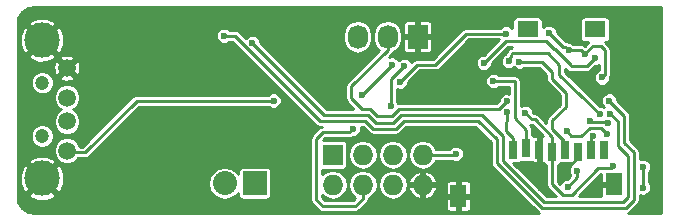
<source format=gbl>
G04 #@! TF.FileFunction,Copper,L2,Bot,Signal*
%FSLAX46Y46*%
G04 Gerber Fmt 4.6, Leading zero omitted, Abs format (unit mm)*
G04 Created by KiCad (PCBNEW (2015-11-24 BZR 6329)-product) date Fri 06 May 2016 02:41:50 AM EDT*
%MOMM*%
G01*
G04 APERTURE LIST*
%ADD10C,0.100000*%
%ADD11C,1.501140*%
%ADD12C,2.999740*%
%ADD13C,1.200000*%
%ADD14R,2.032000X2.032000*%
%ADD15O,2.032000X2.032000*%
%ADD16R,0.800000X1.500000*%
%ADD17R,1.400000X1.900000*%
%ADD18R,1.800000X1.400000*%
%ADD19R,1.727200X1.727200*%
%ADD20O,1.727200X1.727200*%
%ADD21R,1.727200X2.032000*%
%ADD22O,1.727200X2.032000*%
%ADD23C,0.600000*%
%ADD24C,0.250000*%
%ADD25C,0.254000*%
G04 APERTURE END LIST*
D10*
D11*
X126700000Y-102450000D03*
X126700000Y-104950000D03*
X126700000Y-106960000D03*
X126700000Y-109450000D03*
D12*
X124600000Y-100100000D03*
X124600000Y-111800000D03*
D13*
X124600000Y-103700000D03*
X124600000Y-108200000D03*
D14*
X142600000Y-112200000D03*
D15*
X140060000Y-112200000D03*
D16*
X165600000Y-109250000D03*
D17*
X159850000Y-113300000D03*
X173000000Y-112300000D03*
D18*
X165700000Y-99150000D03*
X171400000Y-99150000D03*
D16*
X164500000Y-109350000D03*
X166700000Y-109350000D03*
X167800000Y-109550000D03*
X168900000Y-109350000D03*
X170000000Y-109550000D03*
X171100000Y-109350000D03*
X172200000Y-109350000D03*
D19*
X149200000Y-109800000D03*
D20*
X149200000Y-112340000D03*
X151740000Y-109800000D03*
X151740000Y-112340000D03*
X154280000Y-109800000D03*
X154280000Y-112340000D03*
X156820000Y-109800000D03*
X156820000Y-112340000D03*
D21*
X156400000Y-99800000D03*
D22*
X153860000Y-99800000D03*
X151320000Y-99800000D03*
D23*
X144200000Y-105200000D03*
X176600000Y-108400000D03*
X175650000Y-102325000D03*
X167737500Y-104662500D03*
X160325000Y-104375000D03*
X158050000Y-104250000D03*
X169462500Y-102937500D03*
X168450000Y-111775000D03*
X173000000Y-112300000D03*
X163575000Y-111975000D03*
X166875000Y-112575000D03*
X174025000Y-98325000D03*
X169525000Y-98000000D03*
X174600000Y-107575000D03*
X175900000Y-109625000D03*
X161200000Y-112800000D03*
X159625000Y-109700000D03*
X172000000Y-103250000D03*
X170600000Y-101300000D03*
X167500000Y-99450000D03*
X169200000Y-100950000D03*
X172950000Y-110750000D03*
X165500000Y-106250000D03*
X172650000Y-106300000D03*
X142400000Y-100300000D03*
X172600000Y-105200000D03*
X140000000Y-99700000D03*
X162800000Y-103550000D03*
X163925000Y-106200000D03*
X165000000Y-101900000D03*
X164100000Y-101875000D03*
X171800000Y-106350000D03*
X171200000Y-108200000D03*
X172525000Y-107100000D03*
X175450000Y-112575000D03*
X175450000Y-110800000D03*
X170950000Y-106900000D03*
X163875000Y-99525000D03*
X154900000Y-103600000D03*
X150900000Y-107600000D03*
X151650000Y-104725000D03*
X154200000Y-102150000D03*
X155250000Y-102250000D03*
X154100000Y-105700000D03*
X163925000Y-105275000D03*
X169100000Y-112525000D03*
X169850000Y-111150000D03*
X169000000Y-107800000D03*
X172400000Y-108000000D03*
X162000000Y-102000000D03*
X171400000Y-101600000D03*
D24*
X126850000Y-109600000D02*
X128200000Y-109600000D01*
X144200000Y-105200000D02*
X132600000Y-105200000D01*
X132600000Y-105200000D02*
X128200000Y-109600000D01*
X126850000Y-109600000D02*
X126700000Y-109450000D01*
X167737500Y-104662500D02*
X167462500Y-104662500D01*
X167750000Y-104675000D02*
X167737500Y-104662500D01*
X161425000Y-103275000D02*
X160325000Y-104375000D01*
X161900000Y-103275000D02*
X161425000Y-103275000D01*
X162500000Y-102675000D02*
X161900000Y-103275000D01*
X163225000Y-102675000D02*
X162500000Y-102675000D01*
X163325000Y-102775000D02*
X163225000Y-102675000D01*
X165575000Y-102775000D02*
X163325000Y-102775000D01*
X167462500Y-104662500D02*
X165575000Y-102775000D01*
X160325000Y-104375000D02*
X160200000Y-104250000D01*
X160200000Y-104250000D02*
X158050000Y-104250000D01*
X169462500Y-102937500D02*
X169475000Y-102950000D01*
X168450000Y-111525000D02*
X168450000Y-111775000D01*
X168450000Y-110875000D02*
X168450000Y-111775000D01*
X168825000Y-110525000D02*
X168450000Y-110875000D01*
X169500000Y-110525000D02*
X168825000Y-110525000D01*
X170000000Y-110075000D02*
X169500000Y-110525000D01*
X170000000Y-109550000D02*
X170000000Y-110075000D01*
X170000000Y-109550000D02*
X170000000Y-110050000D01*
X166875000Y-112575000D02*
X166875000Y-109525000D01*
X166875000Y-109525000D02*
X166700000Y-109350000D01*
X169525000Y-98000000D02*
X169850000Y-97675000D01*
X173375000Y-97675000D02*
X174025000Y-98325000D01*
X173300000Y-97675000D02*
X173375000Y-97675000D01*
X169850000Y-97675000D02*
X173300000Y-97675000D01*
X169525000Y-98000000D02*
X169500000Y-98000000D01*
X174600000Y-107575000D02*
X174600000Y-108325000D01*
X174600000Y-108325000D02*
X175900000Y-109625000D01*
X159850000Y-113300000D02*
X160700000Y-113300000D01*
X160700000Y-113300000D02*
X161200000Y-112800000D01*
X156820000Y-109800000D02*
X159525000Y-109800000D01*
X159525000Y-109800000D02*
X159625000Y-109700000D01*
X170600000Y-101300000D02*
X170600000Y-101200000D01*
X172250000Y-103000000D02*
X172000000Y-103250000D01*
X172250000Y-100950000D02*
X172250000Y-103000000D01*
X171900000Y-100600000D02*
X172250000Y-100950000D01*
X171200000Y-100600000D02*
X171900000Y-100600000D01*
X170600000Y-101200000D02*
X171200000Y-100600000D01*
X170250000Y-100950000D02*
X169200000Y-100950000D01*
X170600000Y-101300000D02*
X170250000Y-100950000D01*
X168700000Y-100650000D02*
X167500000Y-99450000D01*
X168900000Y-100650000D02*
X168700000Y-100650000D01*
X169200000Y-100950000D02*
X168900000Y-100650000D01*
X167800000Y-112300000D02*
X167800000Y-109550000D01*
X168700000Y-113200000D02*
X167800000Y-112300000D01*
X169450000Y-113200000D02*
X168700000Y-113200000D01*
X171700000Y-110950000D02*
X169450000Y-113200000D01*
X172750000Y-110950000D02*
X171700000Y-110950000D01*
X172950000Y-110750000D02*
X172750000Y-110950000D01*
X167800000Y-109550000D02*
X167800000Y-108300000D01*
X166050000Y-106800000D02*
X165500000Y-106250000D01*
X166300000Y-106800000D02*
X166050000Y-106800000D01*
X167800000Y-108300000D02*
X166300000Y-106800000D01*
X152100000Y-106400000D02*
X152175000Y-106400000D01*
X172650000Y-106300000D02*
X173350000Y-106975000D01*
X174200000Y-109900000D02*
X174200000Y-113400000D01*
X173350000Y-109050000D02*
X174200000Y-109900000D01*
X173350000Y-106975000D02*
X173350000Y-109050000D01*
X142400000Y-100300000D02*
X148500000Y-106400000D01*
X155225000Y-106400000D02*
X161800000Y-106400000D01*
X148500000Y-106400000D02*
X152100000Y-106400000D01*
X161800000Y-106400000D02*
X163600000Y-108200000D01*
X163600000Y-108200000D02*
X163600000Y-110300000D01*
X163600000Y-110300000D02*
X167100000Y-113800000D01*
X167100000Y-113800000D02*
X173800000Y-113800000D01*
X173800000Y-113800000D02*
X174200000Y-113400000D01*
X155000000Y-106400000D02*
X155225000Y-106400000D01*
X154325000Y-107075000D02*
X155000000Y-106400000D01*
X152850000Y-107075000D02*
X154325000Y-107075000D01*
X152175000Y-106400000D02*
X152850000Y-107075000D01*
X155200000Y-106900000D02*
X154525000Y-107575000D01*
X161500000Y-106900000D02*
X155200000Y-106900000D01*
X163081801Y-108481801D02*
X161500000Y-106900000D01*
X163081801Y-110481801D02*
X163081801Y-108481801D01*
X166900000Y-114300000D02*
X163081801Y-110481801D01*
X174000000Y-114300000D02*
X166900000Y-114300000D01*
X174700000Y-113600000D02*
X174000000Y-114300000D01*
X173900000Y-106525000D02*
X173900000Y-108775000D01*
X173900000Y-108775000D02*
X174700000Y-109575000D01*
X174700000Y-109575000D02*
X174700000Y-113600000D01*
X172600000Y-105200000D02*
X173900000Y-106525000D01*
X152650000Y-107575000D02*
X151975000Y-106900000D01*
X154525000Y-107575000D02*
X152650000Y-107575000D01*
X152025000Y-106900000D02*
X151975000Y-106900000D01*
X151975000Y-106900000D02*
X148100000Y-106900000D01*
X148100000Y-106900000D02*
X140900000Y-99700000D01*
X140900000Y-99700000D02*
X140000000Y-99700000D01*
X164600000Y-106700000D02*
X164600000Y-103550000D01*
X165600000Y-107700000D02*
X164600000Y-106700000D01*
X165600000Y-107850000D02*
X165600000Y-107700000D01*
X164600000Y-103550000D02*
X162800000Y-103550000D01*
X162800000Y-103600000D02*
X162800000Y-103550000D01*
X165600000Y-107800000D02*
X165600000Y-107850000D01*
X165600000Y-107850000D02*
X165600000Y-109250000D01*
X163925000Y-106200000D02*
X163900000Y-107800000D01*
X164500000Y-108400000D02*
X164500000Y-109350000D01*
X163900000Y-107800000D02*
X164500000Y-108400000D01*
X163925000Y-106200000D02*
X163925000Y-106200000D01*
X167800000Y-107600000D02*
X167800000Y-106875000D01*
X167800000Y-102800000D02*
X166900000Y-101900000D01*
X166900000Y-101900000D02*
X165000000Y-101900000D01*
X167800000Y-107600000D02*
X168800000Y-108600000D01*
X167800000Y-103400000D02*
X167800000Y-102800000D01*
X168925000Y-104525000D02*
X167800000Y-103400000D01*
X168925000Y-105750000D02*
X168925000Y-104525000D01*
X167800000Y-106875000D02*
X168925000Y-105750000D01*
X168900000Y-109350000D02*
X168800000Y-109250000D01*
X168800000Y-109250000D02*
X168800000Y-108800000D01*
X168800000Y-108800000D02*
X168800000Y-108600000D01*
X171100000Y-109350000D02*
X171100000Y-108300000D01*
X164400000Y-101200000D02*
X164100000Y-101875000D01*
X167400000Y-101200000D02*
X164400000Y-101200000D01*
X168400000Y-102200000D02*
X167400000Y-101200000D01*
X168400000Y-103000000D02*
X168400000Y-102200000D01*
X171800000Y-106350000D02*
X168400000Y-103000000D01*
X171100000Y-108300000D02*
X171200000Y-108200000D01*
X175450000Y-112450000D02*
X175450000Y-112575000D01*
X175450000Y-110800000D02*
X175450000Y-112450000D01*
X170950000Y-106900000D02*
X171100000Y-107050000D01*
X171100000Y-107050000D02*
X172500000Y-107050000D01*
X160525000Y-99525000D02*
X163875000Y-99525000D01*
X157900000Y-102150000D02*
X160525000Y-99525000D01*
X156350000Y-102150000D02*
X157900000Y-102150000D01*
X154900000Y-103600000D02*
X156350000Y-102150000D01*
X151740000Y-113510000D02*
X151740000Y-112340000D01*
X151100000Y-114150000D02*
X151740000Y-113510000D01*
X148350000Y-114150000D02*
X151100000Y-114150000D01*
X147800000Y-113600000D02*
X148350000Y-114150000D01*
X147800000Y-108450000D02*
X147800000Y-113600000D01*
X148350000Y-107900000D02*
X147800000Y-108450000D01*
X150600000Y-107900000D02*
X148350000Y-107900000D01*
X150900000Y-107600000D02*
X150600000Y-107900000D01*
X151650000Y-104700000D02*
X151650000Y-104725000D01*
X154200000Y-102150000D02*
X151650000Y-104700000D01*
X155250000Y-102250000D02*
X154100000Y-103400000D01*
X154100000Y-103400000D02*
X154100000Y-105700000D01*
X153860000Y-99800000D02*
X153860000Y-100915000D01*
X163275000Y-105925000D02*
X163925000Y-105275000D01*
X154775000Y-105925000D02*
X163275000Y-105925000D01*
X154200000Y-106500000D02*
X154775000Y-105925000D01*
X152975000Y-106500000D02*
X154200000Y-106500000D01*
X152375000Y-105900000D02*
X152975000Y-106500000D01*
X151675000Y-105900000D02*
X152375000Y-105900000D01*
X150775000Y-105000000D02*
X151675000Y-105900000D01*
X150775000Y-104000000D02*
X150775000Y-105000000D01*
X153860000Y-100915000D02*
X150775000Y-104000000D01*
X169875000Y-111700000D02*
X169100000Y-112525000D01*
X169875000Y-111175000D02*
X169875000Y-111700000D01*
X169850000Y-111150000D02*
X169875000Y-111175000D01*
X169400000Y-108200000D02*
X170250000Y-108200000D01*
X170250000Y-108200000D02*
X170950000Y-107550000D01*
X170950000Y-107550000D02*
X171900000Y-107550000D01*
X171900000Y-107550000D02*
X172400000Y-108000000D01*
X169000000Y-107800000D02*
X169400000Y-108200000D01*
X171400000Y-101600000D02*
X170725000Y-102275000D01*
X163850000Y-100200000D02*
X162000000Y-102000000D01*
X167250000Y-100200000D02*
X163850000Y-100200000D01*
X167700000Y-100600000D02*
X167250000Y-100200000D01*
X167975000Y-100875000D02*
X167700000Y-100600000D01*
X168000000Y-100875000D02*
X167975000Y-100875000D01*
X169350000Y-102225000D02*
X168000000Y-100875000D01*
X169350000Y-102275000D02*
X169350000Y-102225000D01*
X170725000Y-102275000D02*
X169350000Y-102275000D01*
X171400000Y-101550000D02*
X171400000Y-101600000D01*
X171400000Y-101600000D02*
X171400000Y-101400000D01*
D25*
G36*
X176973000Y-114744000D02*
X174228783Y-114744000D01*
X174357796Y-114657796D01*
X175057796Y-113957796D01*
X175167483Y-113793638D01*
X175206000Y-113600000D01*
X175206000Y-113211059D01*
X175313946Y-113255882D01*
X175584865Y-113256118D01*
X175835252Y-113152661D01*
X176026987Y-112961259D01*
X176130882Y-112711054D01*
X176131118Y-112440135D01*
X176027661Y-112189748D01*
X175956000Y-112117962D01*
X175956000Y-111257123D01*
X176026987Y-111186259D01*
X176130882Y-110936054D01*
X176131118Y-110665135D01*
X176027661Y-110414748D01*
X175836259Y-110223013D01*
X175586054Y-110119118D01*
X175315135Y-110118882D01*
X175206000Y-110163975D01*
X175206000Y-109575000D01*
X175167483Y-109381362D01*
X175057796Y-109217204D01*
X174406000Y-108565408D01*
X174406000Y-106525000D01*
X174387204Y-106430508D01*
X174369306Y-106335823D01*
X174367962Y-106333769D01*
X174367483Y-106331362D01*
X174313957Y-106251255D01*
X174261187Y-106170627D01*
X173281025Y-105171617D01*
X173281118Y-105065135D01*
X173177661Y-104814748D01*
X172986259Y-104623013D01*
X172736054Y-104519118D01*
X172465135Y-104518882D01*
X172214748Y-104622339D01*
X172023013Y-104813741D01*
X171919118Y-105063946D01*
X171918882Y-105334865D01*
X172022339Y-105585252D01*
X172211876Y-105775119D01*
X172200098Y-105786876D01*
X172186259Y-105773013D01*
X171936054Y-105669118D01*
X171829813Y-105669025D01*
X168906000Y-102788209D01*
X168906000Y-102503783D01*
X168992204Y-102632796D01*
X169156362Y-102742483D01*
X169350000Y-102781000D01*
X170725000Y-102781000D01*
X170918638Y-102742483D01*
X171082796Y-102632796D01*
X171434561Y-102281031D01*
X171534865Y-102281118D01*
X171744000Y-102194706D01*
X171744000Y-102618934D01*
X171614748Y-102672339D01*
X171423013Y-102863741D01*
X171319118Y-103113946D01*
X171318882Y-103384865D01*
X171422339Y-103635252D01*
X171613741Y-103826987D01*
X171863946Y-103930882D01*
X172134865Y-103931118D01*
X172385252Y-103827661D01*
X172576987Y-103636259D01*
X172680882Y-103386054D01*
X172681002Y-103248236D01*
X172717483Y-103193638D01*
X172756000Y-103000000D01*
X172756000Y-100950000D01*
X172717483Y-100756362D01*
X172607796Y-100592204D01*
X172257796Y-100242204D01*
X172252199Y-100238464D01*
X172300000Y-100238464D01*
X172441190Y-100211897D01*
X172570865Y-100128454D01*
X172657859Y-100001134D01*
X172688464Y-99850000D01*
X172688464Y-98450000D01*
X172661897Y-98308810D01*
X172578454Y-98179135D01*
X172451134Y-98092141D01*
X172300000Y-98061536D01*
X170500000Y-98061536D01*
X170358810Y-98088103D01*
X170229135Y-98171546D01*
X170142141Y-98298866D01*
X170111536Y-98450000D01*
X170111536Y-99850000D01*
X170138103Y-99991190D01*
X170221546Y-100120865D01*
X170348866Y-100207859D01*
X170500000Y-100238464D01*
X170847801Y-100238464D01*
X170842204Y-100242204D01*
X170538504Y-100545904D01*
X170443638Y-100482517D01*
X170250000Y-100444000D01*
X169657123Y-100444000D01*
X169586259Y-100373013D01*
X169336054Y-100269118D01*
X169223098Y-100269020D01*
X169093638Y-100182517D01*
X168911974Y-100146382D01*
X168181031Y-99415439D01*
X168181118Y-99315135D01*
X168077661Y-99064748D01*
X167886259Y-98873013D01*
X167636054Y-98769118D01*
X167365135Y-98768882D01*
X167114748Y-98872339D01*
X166988464Y-98998404D01*
X166988464Y-98450000D01*
X166961897Y-98308810D01*
X166878454Y-98179135D01*
X166751134Y-98092141D01*
X166600000Y-98061536D01*
X164800000Y-98061536D01*
X164658810Y-98088103D01*
X164529135Y-98171546D01*
X164442141Y-98298866D01*
X164411536Y-98450000D01*
X164411536Y-99098551D01*
X164261259Y-98948013D01*
X164011054Y-98844118D01*
X163740135Y-98843882D01*
X163489748Y-98947339D01*
X163417962Y-99019000D01*
X160525000Y-99019000D01*
X160331362Y-99057517D01*
X160209802Y-99138741D01*
X160167204Y-99167204D01*
X157690408Y-101644000D01*
X156350000Y-101644000D01*
X156156362Y-101682517D01*
X156044117Y-101757517D01*
X155992204Y-101792204D01*
X155854560Y-101929848D01*
X155827661Y-101864748D01*
X155636259Y-101673013D01*
X155386054Y-101569118D01*
X155115135Y-101568882D01*
X154864748Y-101672339D01*
X154774924Y-101762007D01*
X154586259Y-101573013D01*
X154336054Y-101469118D01*
X154065135Y-101468882D01*
X153991133Y-101499459D01*
X154217796Y-101272796D01*
X154309958Y-101134866D01*
X154336288Y-101129629D01*
X154740065Y-100859834D01*
X155009860Y-100456057D01*
X155096149Y-100022250D01*
X155155400Y-100022250D01*
X155155400Y-100891785D01*
X155213404Y-101031819D01*
X155320580Y-101138996D01*
X155460614Y-101197000D01*
X156177750Y-101197000D01*
X156273000Y-101101750D01*
X156273000Y-99927000D01*
X156527000Y-99927000D01*
X156527000Y-101101750D01*
X156622250Y-101197000D01*
X157339386Y-101197000D01*
X157479420Y-101138996D01*
X157586596Y-101031819D01*
X157644600Y-100891785D01*
X157644600Y-100022250D01*
X157549350Y-99927000D01*
X156527000Y-99927000D01*
X156273000Y-99927000D01*
X155250650Y-99927000D01*
X155155400Y-100022250D01*
X155096149Y-100022250D01*
X155104600Y-99979769D01*
X155104600Y-99620231D01*
X155009860Y-99143943D01*
X154740065Y-98740166D01*
X154692247Y-98708215D01*
X155155400Y-98708215D01*
X155155400Y-99577750D01*
X155250650Y-99673000D01*
X156273000Y-99673000D01*
X156273000Y-98498250D01*
X156527000Y-98498250D01*
X156527000Y-99673000D01*
X157549350Y-99673000D01*
X157644600Y-99577750D01*
X157644600Y-98708215D01*
X157586596Y-98568181D01*
X157479420Y-98461004D01*
X157339386Y-98403000D01*
X156622250Y-98403000D01*
X156527000Y-98498250D01*
X156273000Y-98498250D01*
X156177750Y-98403000D01*
X155460614Y-98403000D01*
X155320580Y-98461004D01*
X155213404Y-98568181D01*
X155155400Y-98708215D01*
X154692247Y-98708215D01*
X154336288Y-98470371D01*
X153860000Y-98375631D01*
X153383712Y-98470371D01*
X152979935Y-98740166D01*
X152710140Y-99143943D01*
X152615400Y-99620231D01*
X152615400Y-99979769D01*
X152710140Y-100456057D01*
X152979935Y-100859834D01*
X153111599Y-100947809D01*
X150417204Y-103642204D01*
X150307517Y-103806362D01*
X150269000Y-104000000D01*
X150269000Y-105000000D01*
X150307517Y-105193638D01*
X150417204Y-105357796D01*
X150953408Y-105894000D01*
X148709592Y-105894000D01*
X143081031Y-100265439D01*
X143081118Y-100165135D01*
X142977661Y-99914748D01*
X142786259Y-99723013D01*
X142538735Y-99620231D01*
X150075400Y-99620231D01*
X150075400Y-99979769D01*
X150170140Y-100456057D01*
X150439935Y-100859834D01*
X150843712Y-101129629D01*
X151320000Y-101224369D01*
X151796288Y-101129629D01*
X152200065Y-100859834D01*
X152469860Y-100456057D01*
X152564600Y-99979769D01*
X152564600Y-99620231D01*
X152469860Y-99143943D01*
X152200065Y-98740166D01*
X151796288Y-98470371D01*
X151320000Y-98375631D01*
X150843712Y-98470371D01*
X150439935Y-98740166D01*
X150170140Y-99143943D01*
X150075400Y-99620231D01*
X142538735Y-99620231D01*
X142536054Y-99619118D01*
X142265135Y-99618882D01*
X142014748Y-99722339D01*
X141826176Y-99910584D01*
X141257796Y-99342204D01*
X141093638Y-99232517D01*
X140900000Y-99194000D01*
X140457123Y-99194000D01*
X140386259Y-99123013D01*
X140136054Y-99019118D01*
X139865135Y-99018882D01*
X139614748Y-99122339D01*
X139423013Y-99313741D01*
X139319118Y-99563946D01*
X139318882Y-99834865D01*
X139422339Y-100085252D01*
X139613741Y-100276987D01*
X139863946Y-100380882D01*
X140134865Y-100381118D01*
X140385252Y-100277661D01*
X140457038Y-100206000D01*
X140690408Y-100206000D01*
X147742204Y-107257796D01*
X147906362Y-107367483D01*
X148100000Y-107406000D01*
X148289672Y-107406000D01*
X148156362Y-107432517D01*
X147992204Y-107542204D01*
X147442204Y-108092204D01*
X147332517Y-108256362D01*
X147294000Y-108450000D01*
X147294000Y-113600000D01*
X147332517Y-113793638D01*
X147442204Y-113957796D01*
X147992204Y-114507796D01*
X148156362Y-114617483D01*
X148350000Y-114656000D01*
X151100000Y-114656000D01*
X151293638Y-114617483D01*
X151457796Y-114507796D01*
X152097796Y-113867796D01*
X152148305Y-113792204D01*
X152207483Y-113703638D01*
X152246000Y-113510000D01*
X152246000Y-113486299D01*
X152644448Y-113220065D01*
X152914243Y-112816288D01*
X153008983Y-112340000D01*
X153011017Y-112340000D01*
X153105757Y-112816288D01*
X153375552Y-113220065D01*
X153779329Y-113489860D01*
X154255617Y-113584600D01*
X154304383Y-113584600D01*
X154780671Y-113489860D01*
X155184448Y-113220065D01*
X155454243Y-112816288D01*
X155485506Y-112659118D01*
X155617007Y-112659118D01*
X155743695Y-112965001D01*
X156064801Y-113329310D01*
X156500880Y-113543005D01*
X156693000Y-113482865D01*
X156693000Y-112467000D01*
X156947000Y-112467000D01*
X156947000Y-113482865D01*
X157139120Y-113543005D01*
X157181473Y-113522250D01*
X158769000Y-113522250D01*
X158769000Y-114325785D01*
X158827004Y-114465819D01*
X158934180Y-114572996D01*
X159074214Y-114631000D01*
X159627750Y-114631000D01*
X159723000Y-114535750D01*
X159723000Y-113427000D01*
X159977000Y-113427000D01*
X159977000Y-114535750D01*
X160072250Y-114631000D01*
X160625786Y-114631000D01*
X160765820Y-114572996D01*
X160872996Y-114465819D01*
X160931000Y-114325785D01*
X160931000Y-113522250D01*
X160835750Y-113427000D01*
X159977000Y-113427000D01*
X159723000Y-113427000D01*
X158864250Y-113427000D01*
X158769000Y-113522250D01*
X157181473Y-113522250D01*
X157575199Y-113329310D01*
X157896305Y-112965001D01*
X158022993Y-112659118D01*
X157962312Y-112467000D01*
X156947000Y-112467000D01*
X156693000Y-112467000D01*
X155677688Y-112467000D01*
X155617007Y-112659118D01*
X155485506Y-112659118D01*
X155548983Y-112340000D01*
X155535898Y-112274215D01*
X158769000Y-112274215D01*
X158769000Y-113077750D01*
X158864250Y-113173000D01*
X159723000Y-113173000D01*
X159723000Y-112064250D01*
X159977000Y-112064250D01*
X159977000Y-113173000D01*
X160835750Y-113173000D01*
X160931000Y-113077750D01*
X160931000Y-112274215D01*
X160872996Y-112134181D01*
X160765820Y-112027004D01*
X160625786Y-111969000D01*
X160072250Y-111969000D01*
X159977000Y-112064250D01*
X159723000Y-112064250D01*
X159627750Y-111969000D01*
X159074214Y-111969000D01*
X158934180Y-112027004D01*
X158827004Y-112134181D01*
X158769000Y-112274215D01*
X155535898Y-112274215D01*
X155485507Y-112020882D01*
X155617007Y-112020882D01*
X155677688Y-112213000D01*
X156693000Y-112213000D01*
X156693000Y-111197135D01*
X156947000Y-111197135D01*
X156947000Y-112213000D01*
X157962312Y-112213000D01*
X158022993Y-112020882D01*
X157896305Y-111714999D01*
X157575199Y-111350690D01*
X157139120Y-111136995D01*
X156947000Y-111197135D01*
X156693000Y-111197135D01*
X156500880Y-111136995D01*
X156064801Y-111350690D01*
X155743695Y-111714999D01*
X155617007Y-112020882D01*
X155485507Y-112020882D01*
X155454243Y-111863712D01*
X155184448Y-111459935D01*
X154780671Y-111190140D01*
X154304383Y-111095400D01*
X154255617Y-111095400D01*
X153779329Y-111190140D01*
X153375552Y-111459935D01*
X153105757Y-111863712D01*
X153011017Y-112340000D01*
X153008983Y-112340000D01*
X152914243Y-111863712D01*
X152644448Y-111459935D01*
X152240671Y-111190140D01*
X151764383Y-111095400D01*
X151715617Y-111095400D01*
X151239329Y-111190140D01*
X150835552Y-111459935D01*
X150565757Y-111863712D01*
X150471017Y-112340000D01*
X150565757Y-112816288D01*
X150835552Y-113220065D01*
X151122566Y-113411842D01*
X150890408Y-113644000D01*
X148559592Y-113644000D01*
X148306000Y-113390408D01*
X148306000Y-113227046D01*
X148699329Y-113489860D01*
X149175617Y-113584600D01*
X149224383Y-113584600D01*
X149700671Y-113489860D01*
X150104448Y-113220065D01*
X150374243Y-112816288D01*
X150468983Y-112340000D01*
X150374243Y-111863712D01*
X150104448Y-111459935D01*
X149700671Y-111190140D01*
X149224383Y-111095400D01*
X149175617Y-111095400D01*
X148699329Y-111190140D01*
X148306000Y-111452954D01*
X148306000Y-111045908D01*
X148336400Y-111052064D01*
X150063600Y-111052064D01*
X150204790Y-111025497D01*
X150334465Y-110942054D01*
X150421459Y-110814734D01*
X150452064Y-110663600D01*
X150452064Y-109800000D01*
X150471017Y-109800000D01*
X150565757Y-110276288D01*
X150835552Y-110680065D01*
X151239329Y-110949860D01*
X151715617Y-111044600D01*
X151764383Y-111044600D01*
X152240671Y-110949860D01*
X152644448Y-110680065D01*
X152914243Y-110276288D01*
X153008983Y-109800000D01*
X153011017Y-109800000D01*
X153105757Y-110276288D01*
X153375552Y-110680065D01*
X153779329Y-110949860D01*
X154255617Y-111044600D01*
X154304383Y-111044600D01*
X154780671Y-110949860D01*
X155184448Y-110680065D01*
X155454243Y-110276288D01*
X155548983Y-109800000D01*
X155551017Y-109800000D01*
X155645757Y-110276288D01*
X155915552Y-110680065D01*
X156319329Y-110949860D01*
X156795617Y-111044600D01*
X156844383Y-111044600D01*
X157320671Y-110949860D01*
X157724448Y-110680065D01*
X157974390Y-110306000D01*
X159308612Y-110306000D01*
X159488946Y-110380882D01*
X159759865Y-110381118D01*
X160010252Y-110277661D01*
X160201987Y-110086259D01*
X160305882Y-109836054D01*
X160306118Y-109565135D01*
X160202661Y-109314748D01*
X160011259Y-109123013D01*
X159761054Y-109019118D01*
X159490135Y-109018882D01*
X159239748Y-109122339D01*
X159067788Y-109294000D01*
X157974390Y-109294000D01*
X157724448Y-108919935D01*
X157320671Y-108650140D01*
X156844383Y-108555400D01*
X156795617Y-108555400D01*
X156319329Y-108650140D01*
X155915552Y-108919935D01*
X155645757Y-109323712D01*
X155551017Y-109800000D01*
X155548983Y-109800000D01*
X155454243Y-109323712D01*
X155184448Y-108919935D01*
X154780671Y-108650140D01*
X154304383Y-108555400D01*
X154255617Y-108555400D01*
X153779329Y-108650140D01*
X153375552Y-108919935D01*
X153105757Y-109323712D01*
X153011017Y-109800000D01*
X153008983Y-109800000D01*
X152914243Y-109323712D01*
X152644448Y-108919935D01*
X152240671Y-108650140D01*
X151764383Y-108555400D01*
X151715617Y-108555400D01*
X151239329Y-108650140D01*
X150835552Y-108919935D01*
X150565757Y-109323712D01*
X150471017Y-109800000D01*
X150452064Y-109800000D01*
X150452064Y-108936400D01*
X150425497Y-108795210D01*
X150342054Y-108665535D01*
X150214734Y-108578541D01*
X150063600Y-108547936D01*
X148417656Y-108547936D01*
X148559592Y-108406000D01*
X150600000Y-108406000D01*
X150793638Y-108367483D01*
X150923038Y-108281021D01*
X151034865Y-108281118D01*
X151285252Y-108177661D01*
X151476987Y-107986259D01*
X151580882Y-107736054D01*
X151581118Y-107465135D01*
X151556684Y-107406000D01*
X151765408Y-107406000D01*
X152292204Y-107932796D01*
X152456362Y-108042483D01*
X152650000Y-108081000D01*
X154525000Y-108081000D01*
X154718638Y-108042483D01*
X154882796Y-107932796D01*
X155409592Y-107406000D01*
X161290408Y-107406000D01*
X162575801Y-108691393D01*
X162575801Y-110481801D01*
X162614318Y-110675439D01*
X162724005Y-110839597D01*
X166542204Y-114657796D01*
X166671217Y-114744000D01*
X124044911Y-114744000D01*
X123412555Y-114618216D01*
X122914544Y-114285456D01*
X122581784Y-113787445D01*
X122527000Y-113512028D01*
X122527000Y-113175350D01*
X123404256Y-113175350D01*
X123578014Y-113422709D01*
X124276791Y-113690285D01*
X125024775Y-113670082D01*
X125621986Y-113422709D01*
X125795744Y-113175350D01*
X124600000Y-111979605D01*
X123404256Y-113175350D01*
X122527000Y-113175350D01*
X122527000Y-111476791D01*
X122709715Y-111476791D01*
X122729918Y-112224775D01*
X122977291Y-112821986D01*
X123224650Y-112995744D01*
X124420395Y-111800000D01*
X124779605Y-111800000D01*
X125975350Y-112995744D01*
X126222709Y-112821986D01*
X126460880Y-112200000D01*
X138635631Y-112200000D01*
X138741971Y-112734609D01*
X139044803Y-113187828D01*
X139498022Y-113490660D01*
X140032631Y-113597000D01*
X140087369Y-113597000D01*
X140621978Y-113490660D01*
X141075197Y-113187828D01*
X141195536Y-113007728D01*
X141195536Y-113216000D01*
X141222103Y-113357190D01*
X141305546Y-113486865D01*
X141432866Y-113573859D01*
X141584000Y-113604464D01*
X143616000Y-113604464D01*
X143757190Y-113577897D01*
X143886865Y-113494454D01*
X143973859Y-113367134D01*
X144004464Y-113216000D01*
X144004464Y-111184000D01*
X143977897Y-111042810D01*
X143894454Y-110913135D01*
X143767134Y-110826141D01*
X143616000Y-110795536D01*
X141584000Y-110795536D01*
X141442810Y-110822103D01*
X141313135Y-110905546D01*
X141226141Y-111032866D01*
X141195536Y-111184000D01*
X141195536Y-111392272D01*
X141075197Y-111212172D01*
X140621978Y-110909340D01*
X140087369Y-110803000D01*
X140032631Y-110803000D01*
X139498022Y-110909340D01*
X139044803Y-111212172D01*
X138741971Y-111665391D01*
X138635631Y-112200000D01*
X126460880Y-112200000D01*
X126490285Y-112123209D01*
X126470082Y-111375225D01*
X126222709Y-110778014D01*
X125975350Y-110604256D01*
X124779605Y-111800000D01*
X124420395Y-111800000D01*
X123224650Y-110604256D01*
X122977291Y-110778014D01*
X122709715Y-111476791D01*
X122527000Y-111476791D01*
X122527000Y-110424650D01*
X123404256Y-110424650D01*
X124600000Y-111620395D01*
X125795744Y-110424650D01*
X125621986Y-110177291D01*
X124923209Y-109909715D01*
X124175225Y-109929918D01*
X123578014Y-110177291D01*
X123404256Y-110424650D01*
X122527000Y-110424650D01*
X122527000Y-109674096D01*
X125568234Y-109674096D01*
X125740142Y-110090146D01*
X126058180Y-110408739D01*
X126473929Y-110581373D01*
X126924096Y-110581766D01*
X127340146Y-110409858D01*
X127644534Y-110106000D01*
X128200000Y-110106000D01*
X128393638Y-110067483D01*
X128557796Y-109957796D01*
X132809592Y-105706000D01*
X143742877Y-105706000D01*
X143813741Y-105776987D01*
X144063946Y-105880882D01*
X144334865Y-105881118D01*
X144585252Y-105777661D01*
X144776987Y-105586259D01*
X144880882Y-105336054D01*
X144881118Y-105065135D01*
X144777661Y-104814748D01*
X144586259Y-104623013D01*
X144336054Y-104519118D01*
X144065135Y-104518882D01*
X143814748Y-104622339D01*
X143742962Y-104694000D01*
X132600000Y-104694000D01*
X132406362Y-104732517D01*
X132294117Y-104807517D01*
X132242204Y-104842204D01*
X127990408Y-109094000D01*
X127777264Y-109094000D01*
X127659858Y-108809854D01*
X127341820Y-108491261D01*
X126926071Y-108318627D01*
X126475904Y-108318234D01*
X126059854Y-108490142D01*
X125741261Y-108808180D01*
X125568627Y-109223929D01*
X125568234Y-109674096D01*
X122527000Y-109674096D01*
X122527000Y-108394277D01*
X123618830Y-108394277D01*
X123767864Y-108754966D01*
X124043583Y-109031166D01*
X124404011Y-109180829D01*
X124794277Y-109181170D01*
X125154966Y-109032136D01*
X125431166Y-108756417D01*
X125580829Y-108395989D01*
X125581170Y-108005723D01*
X125432136Y-107645034D01*
X125156417Y-107368834D01*
X124795989Y-107219171D01*
X124405723Y-107218830D01*
X124045034Y-107367864D01*
X123768834Y-107643583D01*
X123619171Y-108004011D01*
X123618830Y-108394277D01*
X122527000Y-108394277D01*
X122527000Y-105174096D01*
X125568234Y-105174096D01*
X125740142Y-105590146D01*
X126058180Y-105908739D01*
X126169348Y-105954900D01*
X126059854Y-106000142D01*
X125741261Y-106318180D01*
X125568627Y-106733929D01*
X125568234Y-107184096D01*
X125740142Y-107600146D01*
X126058180Y-107918739D01*
X126473929Y-108091373D01*
X126924096Y-108091766D01*
X127340146Y-107919858D01*
X127658739Y-107601820D01*
X127831373Y-107186071D01*
X127831766Y-106735904D01*
X127659858Y-106319854D01*
X127341820Y-106001261D01*
X127230652Y-105955100D01*
X127340146Y-105909858D01*
X127658739Y-105591820D01*
X127831373Y-105176071D01*
X127831766Y-104725904D01*
X127659858Y-104309854D01*
X127341820Y-103991261D01*
X126926071Y-103818627D01*
X126475904Y-103818234D01*
X126059854Y-103990142D01*
X125741261Y-104308180D01*
X125568627Y-104723929D01*
X125568234Y-105174096D01*
X122527000Y-105174096D01*
X122527000Y-103894277D01*
X123618830Y-103894277D01*
X123767864Y-104254966D01*
X124043583Y-104531166D01*
X124404011Y-104680829D01*
X124794277Y-104681170D01*
X125154966Y-104532136D01*
X125431166Y-104256417D01*
X125580829Y-103895989D01*
X125581170Y-103505723D01*
X125489086Y-103282861D01*
X126046744Y-103282861D01*
X126128715Y-103452371D01*
X126555793Y-103594691D01*
X127004824Y-103562743D01*
X127271285Y-103452371D01*
X127353256Y-103282861D01*
X126700000Y-102629605D01*
X126046744Y-103282861D01*
X125489086Y-103282861D01*
X125432136Y-103145034D01*
X125156417Y-102868834D01*
X124795989Y-102719171D01*
X124405723Y-102718830D01*
X124045034Y-102867864D01*
X123768834Y-103143583D01*
X123619171Y-103504011D01*
X123618830Y-103894277D01*
X122527000Y-103894277D01*
X122527000Y-102305793D01*
X125555309Y-102305793D01*
X125587257Y-102754824D01*
X125697629Y-103021285D01*
X125867139Y-103103256D01*
X126520395Y-102450000D01*
X126879605Y-102450000D01*
X127532861Y-103103256D01*
X127702371Y-103021285D01*
X127844691Y-102594207D01*
X127812743Y-102145176D01*
X127702371Y-101878715D01*
X127532861Y-101796744D01*
X126879605Y-102450000D01*
X126520395Y-102450000D01*
X125867139Y-101796744D01*
X125697629Y-101878715D01*
X125555309Y-102305793D01*
X122527000Y-102305793D01*
X122527000Y-101475350D01*
X123404256Y-101475350D01*
X123578014Y-101722709D01*
X124276791Y-101990285D01*
X125024775Y-101970082D01*
X125621986Y-101722709D01*
X125696143Y-101617139D01*
X126046744Y-101617139D01*
X126700000Y-102270395D01*
X127353256Y-101617139D01*
X127271285Y-101447629D01*
X126844207Y-101305309D01*
X126395176Y-101337257D01*
X126128715Y-101447629D01*
X126046744Y-101617139D01*
X125696143Y-101617139D01*
X125795744Y-101475350D01*
X124600000Y-100279605D01*
X123404256Y-101475350D01*
X122527000Y-101475350D01*
X122527000Y-99776791D01*
X122709715Y-99776791D01*
X122729918Y-100524775D01*
X122977291Y-101121986D01*
X123224650Y-101295744D01*
X124420395Y-100100000D01*
X124779605Y-100100000D01*
X125975350Y-101295744D01*
X126222709Y-101121986D01*
X126490285Y-100423209D01*
X126470082Y-99675225D01*
X126222709Y-99078014D01*
X125975350Y-98904256D01*
X124779605Y-100100000D01*
X124420395Y-100100000D01*
X123224650Y-98904256D01*
X122977291Y-99078014D01*
X122709715Y-99776791D01*
X122527000Y-99776791D01*
X122527000Y-98724650D01*
X123404256Y-98724650D01*
X124600000Y-99920395D01*
X125795744Y-98724650D01*
X125621986Y-98477291D01*
X124923209Y-98209715D01*
X124175225Y-98229918D01*
X123578014Y-98477291D01*
X123404256Y-98724650D01*
X122527000Y-98724650D01*
X122527000Y-98487972D01*
X122581784Y-98212555D01*
X122914544Y-97714544D01*
X123412555Y-97381784D01*
X124044911Y-97256000D01*
X176973000Y-97256000D01*
X176973000Y-114744000D01*
X176973000Y-114744000D01*
G37*
X176973000Y-114744000D02*
X174228783Y-114744000D01*
X174357796Y-114657796D01*
X175057796Y-113957796D01*
X175167483Y-113793638D01*
X175206000Y-113600000D01*
X175206000Y-113211059D01*
X175313946Y-113255882D01*
X175584865Y-113256118D01*
X175835252Y-113152661D01*
X176026987Y-112961259D01*
X176130882Y-112711054D01*
X176131118Y-112440135D01*
X176027661Y-112189748D01*
X175956000Y-112117962D01*
X175956000Y-111257123D01*
X176026987Y-111186259D01*
X176130882Y-110936054D01*
X176131118Y-110665135D01*
X176027661Y-110414748D01*
X175836259Y-110223013D01*
X175586054Y-110119118D01*
X175315135Y-110118882D01*
X175206000Y-110163975D01*
X175206000Y-109575000D01*
X175167483Y-109381362D01*
X175057796Y-109217204D01*
X174406000Y-108565408D01*
X174406000Y-106525000D01*
X174387204Y-106430508D01*
X174369306Y-106335823D01*
X174367962Y-106333769D01*
X174367483Y-106331362D01*
X174313957Y-106251255D01*
X174261187Y-106170627D01*
X173281025Y-105171617D01*
X173281118Y-105065135D01*
X173177661Y-104814748D01*
X172986259Y-104623013D01*
X172736054Y-104519118D01*
X172465135Y-104518882D01*
X172214748Y-104622339D01*
X172023013Y-104813741D01*
X171919118Y-105063946D01*
X171918882Y-105334865D01*
X172022339Y-105585252D01*
X172211876Y-105775119D01*
X172200098Y-105786876D01*
X172186259Y-105773013D01*
X171936054Y-105669118D01*
X171829813Y-105669025D01*
X168906000Y-102788209D01*
X168906000Y-102503783D01*
X168992204Y-102632796D01*
X169156362Y-102742483D01*
X169350000Y-102781000D01*
X170725000Y-102781000D01*
X170918638Y-102742483D01*
X171082796Y-102632796D01*
X171434561Y-102281031D01*
X171534865Y-102281118D01*
X171744000Y-102194706D01*
X171744000Y-102618934D01*
X171614748Y-102672339D01*
X171423013Y-102863741D01*
X171319118Y-103113946D01*
X171318882Y-103384865D01*
X171422339Y-103635252D01*
X171613741Y-103826987D01*
X171863946Y-103930882D01*
X172134865Y-103931118D01*
X172385252Y-103827661D01*
X172576987Y-103636259D01*
X172680882Y-103386054D01*
X172681002Y-103248236D01*
X172717483Y-103193638D01*
X172756000Y-103000000D01*
X172756000Y-100950000D01*
X172717483Y-100756362D01*
X172607796Y-100592204D01*
X172257796Y-100242204D01*
X172252199Y-100238464D01*
X172300000Y-100238464D01*
X172441190Y-100211897D01*
X172570865Y-100128454D01*
X172657859Y-100001134D01*
X172688464Y-99850000D01*
X172688464Y-98450000D01*
X172661897Y-98308810D01*
X172578454Y-98179135D01*
X172451134Y-98092141D01*
X172300000Y-98061536D01*
X170500000Y-98061536D01*
X170358810Y-98088103D01*
X170229135Y-98171546D01*
X170142141Y-98298866D01*
X170111536Y-98450000D01*
X170111536Y-99850000D01*
X170138103Y-99991190D01*
X170221546Y-100120865D01*
X170348866Y-100207859D01*
X170500000Y-100238464D01*
X170847801Y-100238464D01*
X170842204Y-100242204D01*
X170538504Y-100545904D01*
X170443638Y-100482517D01*
X170250000Y-100444000D01*
X169657123Y-100444000D01*
X169586259Y-100373013D01*
X169336054Y-100269118D01*
X169223098Y-100269020D01*
X169093638Y-100182517D01*
X168911974Y-100146382D01*
X168181031Y-99415439D01*
X168181118Y-99315135D01*
X168077661Y-99064748D01*
X167886259Y-98873013D01*
X167636054Y-98769118D01*
X167365135Y-98768882D01*
X167114748Y-98872339D01*
X166988464Y-98998404D01*
X166988464Y-98450000D01*
X166961897Y-98308810D01*
X166878454Y-98179135D01*
X166751134Y-98092141D01*
X166600000Y-98061536D01*
X164800000Y-98061536D01*
X164658810Y-98088103D01*
X164529135Y-98171546D01*
X164442141Y-98298866D01*
X164411536Y-98450000D01*
X164411536Y-99098551D01*
X164261259Y-98948013D01*
X164011054Y-98844118D01*
X163740135Y-98843882D01*
X163489748Y-98947339D01*
X163417962Y-99019000D01*
X160525000Y-99019000D01*
X160331362Y-99057517D01*
X160209802Y-99138741D01*
X160167204Y-99167204D01*
X157690408Y-101644000D01*
X156350000Y-101644000D01*
X156156362Y-101682517D01*
X156044117Y-101757517D01*
X155992204Y-101792204D01*
X155854560Y-101929848D01*
X155827661Y-101864748D01*
X155636259Y-101673013D01*
X155386054Y-101569118D01*
X155115135Y-101568882D01*
X154864748Y-101672339D01*
X154774924Y-101762007D01*
X154586259Y-101573013D01*
X154336054Y-101469118D01*
X154065135Y-101468882D01*
X153991133Y-101499459D01*
X154217796Y-101272796D01*
X154309958Y-101134866D01*
X154336288Y-101129629D01*
X154740065Y-100859834D01*
X155009860Y-100456057D01*
X155096149Y-100022250D01*
X155155400Y-100022250D01*
X155155400Y-100891785D01*
X155213404Y-101031819D01*
X155320580Y-101138996D01*
X155460614Y-101197000D01*
X156177750Y-101197000D01*
X156273000Y-101101750D01*
X156273000Y-99927000D01*
X156527000Y-99927000D01*
X156527000Y-101101750D01*
X156622250Y-101197000D01*
X157339386Y-101197000D01*
X157479420Y-101138996D01*
X157586596Y-101031819D01*
X157644600Y-100891785D01*
X157644600Y-100022250D01*
X157549350Y-99927000D01*
X156527000Y-99927000D01*
X156273000Y-99927000D01*
X155250650Y-99927000D01*
X155155400Y-100022250D01*
X155096149Y-100022250D01*
X155104600Y-99979769D01*
X155104600Y-99620231D01*
X155009860Y-99143943D01*
X154740065Y-98740166D01*
X154692247Y-98708215D01*
X155155400Y-98708215D01*
X155155400Y-99577750D01*
X155250650Y-99673000D01*
X156273000Y-99673000D01*
X156273000Y-98498250D01*
X156527000Y-98498250D01*
X156527000Y-99673000D01*
X157549350Y-99673000D01*
X157644600Y-99577750D01*
X157644600Y-98708215D01*
X157586596Y-98568181D01*
X157479420Y-98461004D01*
X157339386Y-98403000D01*
X156622250Y-98403000D01*
X156527000Y-98498250D01*
X156273000Y-98498250D01*
X156177750Y-98403000D01*
X155460614Y-98403000D01*
X155320580Y-98461004D01*
X155213404Y-98568181D01*
X155155400Y-98708215D01*
X154692247Y-98708215D01*
X154336288Y-98470371D01*
X153860000Y-98375631D01*
X153383712Y-98470371D01*
X152979935Y-98740166D01*
X152710140Y-99143943D01*
X152615400Y-99620231D01*
X152615400Y-99979769D01*
X152710140Y-100456057D01*
X152979935Y-100859834D01*
X153111599Y-100947809D01*
X150417204Y-103642204D01*
X150307517Y-103806362D01*
X150269000Y-104000000D01*
X150269000Y-105000000D01*
X150307517Y-105193638D01*
X150417204Y-105357796D01*
X150953408Y-105894000D01*
X148709592Y-105894000D01*
X143081031Y-100265439D01*
X143081118Y-100165135D01*
X142977661Y-99914748D01*
X142786259Y-99723013D01*
X142538735Y-99620231D01*
X150075400Y-99620231D01*
X150075400Y-99979769D01*
X150170140Y-100456057D01*
X150439935Y-100859834D01*
X150843712Y-101129629D01*
X151320000Y-101224369D01*
X151796288Y-101129629D01*
X152200065Y-100859834D01*
X152469860Y-100456057D01*
X152564600Y-99979769D01*
X152564600Y-99620231D01*
X152469860Y-99143943D01*
X152200065Y-98740166D01*
X151796288Y-98470371D01*
X151320000Y-98375631D01*
X150843712Y-98470371D01*
X150439935Y-98740166D01*
X150170140Y-99143943D01*
X150075400Y-99620231D01*
X142538735Y-99620231D01*
X142536054Y-99619118D01*
X142265135Y-99618882D01*
X142014748Y-99722339D01*
X141826176Y-99910584D01*
X141257796Y-99342204D01*
X141093638Y-99232517D01*
X140900000Y-99194000D01*
X140457123Y-99194000D01*
X140386259Y-99123013D01*
X140136054Y-99019118D01*
X139865135Y-99018882D01*
X139614748Y-99122339D01*
X139423013Y-99313741D01*
X139319118Y-99563946D01*
X139318882Y-99834865D01*
X139422339Y-100085252D01*
X139613741Y-100276987D01*
X139863946Y-100380882D01*
X140134865Y-100381118D01*
X140385252Y-100277661D01*
X140457038Y-100206000D01*
X140690408Y-100206000D01*
X147742204Y-107257796D01*
X147906362Y-107367483D01*
X148100000Y-107406000D01*
X148289672Y-107406000D01*
X148156362Y-107432517D01*
X147992204Y-107542204D01*
X147442204Y-108092204D01*
X147332517Y-108256362D01*
X147294000Y-108450000D01*
X147294000Y-113600000D01*
X147332517Y-113793638D01*
X147442204Y-113957796D01*
X147992204Y-114507796D01*
X148156362Y-114617483D01*
X148350000Y-114656000D01*
X151100000Y-114656000D01*
X151293638Y-114617483D01*
X151457796Y-114507796D01*
X152097796Y-113867796D01*
X152148305Y-113792204D01*
X152207483Y-113703638D01*
X152246000Y-113510000D01*
X152246000Y-113486299D01*
X152644448Y-113220065D01*
X152914243Y-112816288D01*
X153008983Y-112340000D01*
X153011017Y-112340000D01*
X153105757Y-112816288D01*
X153375552Y-113220065D01*
X153779329Y-113489860D01*
X154255617Y-113584600D01*
X154304383Y-113584600D01*
X154780671Y-113489860D01*
X155184448Y-113220065D01*
X155454243Y-112816288D01*
X155485506Y-112659118D01*
X155617007Y-112659118D01*
X155743695Y-112965001D01*
X156064801Y-113329310D01*
X156500880Y-113543005D01*
X156693000Y-113482865D01*
X156693000Y-112467000D01*
X156947000Y-112467000D01*
X156947000Y-113482865D01*
X157139120Y-113543005D01*
X157181473Y-113522250D01*
X158769000Y-113522250D01*
X158769000Y-114325785D01*
X158827004Y-114465819D01*
X158934180Y-114572996D01*
X159074214Y-114631000D01*
X159627750Y-114631000D01*
X159723000Y-114535750D01*
X159723000Y-113427000D01*
X159977000Y-113427000D01*
X159977000Y-114535750D01*
X160072250Y-114631000D01*
X160625786Y-114631000D01*
X160765820Y-114572996D01*
X160872996Y-114465819D01*
X160931000Y-114325785D01*
X160931000Y-113522250D01*
X160835750Y-113427000D01*
X159977000Y-113427000D01*
X159723000Y-113427000D01*
X158864250Y-113427000D01*
X158769000Y-113522250D01*
X157181473Y-113522250D01*
X157575199Y-113329310D01*
X157896305Y-112965001D01*
X158022993Y-112659118D01*
X157962312Y-112467000D01*
X156947000Y-112467000D01*
X156693000Y-112467000D01*
X155677688Y-112467000D01*
X155617007Y-112659118D01*
X155485506Y-112659118D01*
X155548983Y-112340000D01*
X155535898Y-112274215D01*
X158769000Y-112274215D01*
X158769000Y-113077750D01*
X158864250Y-113173000D01*
X159723000Y-113173000D01*
X159723000Y-112064250D01*
X159977000Y-112064250D01*
X159977000Y-113173000D01*
X160835750Y-113173000D01*
X160931000Y-113077750D01*
X160931000Y-112274215D01*
X160872996Y-112134181D01*
X160765820Y-112027004D01*
X160625786Y-111969000D01*
X160072250Y-111969000D01*
X159977000Y-112064250D01*
X159723000Y-112064250D01*
X159627750Y-111969000D01*
X159074214Y-111969000D01*
X158934180Y-112027004D01*
X158827004Y-112134181D01*
X158769000Y-112274215D01*
X155535898Y-112274215D01*
X155485507Y-112020882D01*
X155617007Y-112020882D01*
X155677688Y-112213000D01*
X156693000Y-112213000D01*
X156693000Y-111197135D01*
X156947000Y-111197135D01*
X156947000Y-112213000D01*
X157962312Y-112213000D01*
X158022993Y-112020882D01*
X157896305Y-111714999D01*
X157575199Y-111350690D01*
X157139120Y-111136995D01*
X156947000Y-111197135D01*
X156693000Y-111197135D01*
X156500880Y-111136995D01*
X156064801Y-111350690D01*
X155743695Y-111714999D01*
X155617007Y-112020882D01*
X155485507Y-112020882D01*
X155454243Y-111863712D01*
X155184448Y-111459935D01*
X154780671Y-111190140D01*
X154304383Y-111095400D01*
X154255617Y-111095400D01*
X153779329Y-111190140D01*
X153375552Y-111459935D01*
X153105757Y-111863712D01*
X153011017Y-112340000D01*
X153008983Y-112340000D01*
X152914243Y-111863712D01*
X152644448Y-111459935D01*
X152240671Y-111190140D01*
X151764383Y-111095400D01*
X151715617Y-111095400D01*
X151239329Y-111190140D01*
X150835552Y-111459935D01*
X150565757Y-111863712D01*
X150471017Y-112340000D01*
X150565757Y-112816288D01*
X150835552Y-113220065D01*
X151122566Y-113411842D01*
X150890408Y-113644000D01*
X148559592Y-113644000D01*
X148306000Y-113390408D01*
X148306000Y-113227046D01*
X148699329Y-113489860D01*
X149175617Y-113584600D01*
X149224383Y-113584600D01*
X149700671Y-113489860D01*
X150104448Y-113220065D01*
X150374243Y-112816288D01*
X150468983Y-112340000D01*
X150374243Y-111863712D01*
X150104448Y-111459935D01*
X149700671Y-111190140D01*
X149224383Y-111095400D01*
X149175617Y-111095400D01*
X148699329Y-111190140D01*
X148306000Y-111452954D01*
X148306000Y-111045908D01*
X148336400Y-111052064D01*
X150063600Y-111052064D01*
X150204790Y-111025497D01*
X150334465Y-110942054D01*
X150421459Y-110814734D01*
X150452064Y-110663600D01*
X150452064Y-109800000D01*
X150471017Y-109800000D01*
X150565757Y-110276288D01*
X150835552Y-110680065D01*
X151239329Y-110949860D01*
X151715617Y-111044600D01*
X151764383Y-111044600D01*
X152240671Y-110949860D01*
X152644448Y-110680065D01*
X152914243Y-110276288D01*
X153008983Y-109800000D01*
X153011017Y-109800000D01*
X153105757Y-110276288D01*
X153375552Y-110680065D01*
X153779329Y-110949860D01*
X154255617Y-111044600D01*
X154304383Y-111044600D01*
X154780671Y-110949860D01*
X155184448Y-110680065D01*
X155454243Y-110276288D01*
X155548983Y-109800000D01*
X155551017Y-109800000D01*
X155645757Y-110276288D01*
X155915552Y-110680065D01*
X156319329Y-110949860D01*
X156795617Y-111044600D01*
X156844383Y-111044600D01*
X157320671Y-110949860D01*
X157724448Y-110680065D01*
X157974390Y-110306000D01*
X159308612Y-110306000D01*
X159488946Y-110380882D01*
X159759865Y-110381118D01*
X160010252Y-110277661D01*
X160201987Y-110086259D01*
X160305882Y-109836054D01*
X160306118Y-109565135D01*
X160202661Y-109314748D01*
X160011259Y-109123013D01*
X159761054Y-109019118D01*
X159490135Y-109018882D01*
X159239748Y-109122339D01*
X159067788Y-109294000D01*
X157974390Y-109294000D01*
X157724448Y-108919935D01*
X157320671Y-108650140D01*
X156844383Y-108555400D01*
X156795617Y-108555400D01*
X156319329Y-108650140D01*
X155915552Y-108919935D01*
X155645757Y-109323712D01*
X155551017Y-109800000D01*
X155548983Y-109800000D01*
X155454243Y-109323712D01*
X155184448Y-108919935D01*
X154780671Y-108650140D01*
X154304383Y-108555400D01*
X154255617Y-108555400D01*
X153779329Y-108650140D01*
X153375552Y-108919935D01*
X153105757Y-109323712D01*
X153011017Y-109800000D01*
X153008983Y-109800000D01*
X152914243Y-109323712D01*
X152644448Y-108919935D01*
X152240671Y-108650140D01*
X151764383Y-108555400D01*
X151715617Y-108555400D01*
X151239329Y-108650140D01*
X150835552Y-108919935D01*
X150565757Y-109323712D01*
X150471017Y-109800000D01*
X150452064Y-109800000D01*
X150452064Y-108936400D01*
X150425497Y-108795210D01*
X150342054Y-108665535D01*
X150214734Y-108578541D01*
X150063600Y-108547936D01*
X148417656Y-108547936D01*
X148559592Y-108406000D01*
X150600000Y-108406000D01*
X150793638Y-108367483D01*
X150923038Y-108281021D01*
X151034865Y-108281118D01*
X151285252Y-108177661D01*
X151476987Y-107986259D01*
X151580882Y-107736054D01*
X151581118Y-107465135D01*
X151556684Y-107406000D01*
X151765408Y-107406000D01*
X152292204Y-107932796D01*
X152456362Y-108042483D01*
X152650000Y-108081000D01*
X154525000Y-108081000D01*
X154718638Y-108042483D01*
X154882796Y-107932796D01*
X155409592Y-107406000D01*
X161290408Y-107406000D01*
X162575801Y-108691393D01*
X162575801Y-110481801D01*
X162614318Y-110675439D01*
X162724005Y-110839597D01*
X166542204Y-114657796D01*
X166671217Y-114744000D01*
X124044911Y-114744000D01*
X123412555Y-114618216D01*
X122914544Y-114285456D01*
X122581784Y-113787445D01*
X122527000Y-113512028D01*
X122527000Y-113175350D01*
X123404256Y-113175350D01*
X123578014Y-113422709D01*
X124276791Y-113690285D01*
X125024775Y-113670082D01*
X125621986Y-113422709D01*
X125795744Y-113175350D01*
X124600000Y-111979605D01*
X123404256Y-113175350D01*
X122527000Y-113175350D01*
X122527000Y-111476791D01*
X122709715Y-111476791D01*
X122729918Y-112224775D01*
X122977291Y-112821986D01*
X123224650Y-112995744D01*
X124420395Y-111800000D01*
X124779605Y-111800000D01*
X125975350Y-112995744D01*
X126222709Y-112821986D01*
X126460880Y-112200000D01*
X138635631Y-112200000D01*
X138741971Y-112734609D01*
X139044803Y-113187828D01*
X139498022Y-113490660D01*
X140032631Y-113597000D01*
X140087369Y-113597000D01*
X140621978Y-113490660D01*
X141075197Y-113187828D01*
X141195536Y-113007728D01*
X141195536Y-113216000D01*
X141222103Y-113357190D01*
X141305546Y-113486865D01*
X141432866Y-113573859D01*
X141584000Y-113604464D01*
X143616000Y-113604464D01*
X143757190Y-113577897D01*
X143886865Y-113494454D01*
X143973859Y-113367134D01*
X144004464Y-113216000D01*
X144004464Y-111184000D01*
X143977897Y-111042810D01*
X143894454Y-110913135D01*
X143767134Y-110826141D01*
X143616000Y-110795536D01*
X141584000Y-110795536D01*
X141442810Y-110822103D01*
X141313135Y-110905546D01*
X141226141Y-111032866D01*
X141195536Y-111184000D01*
X141195536Y-111392272D01*
X141075197Y-111212172D01*
X140621978Y-110909340D01*
X140087369Y-110803000D01*
X140032631Y-110803000D01*
X139498022Y-110909340D01*
X139044803Y-111212172D01*
X138741971Y-111665391D01*
X138635631Y-112200000D01*
X126460880Y-112200000D01*
X126490285Y-112123209D01*
X126470082Y-111375225D01*
X126222709Y-110778014D01*
X125975350Y-110604256D01*
X124779605Y-111800000D01*
X124420395Y-111800000D01*
X123224650Y-110604256D01*
X122977291Y-110778014D01*
X122709715Y-111476791D01*
X122527000Y-111476791D01*
X122527000Y-110424650D01*
X123404256Y-110424650D01*
X124600000Y-111620395D01*
X125795744Y-110424650D01*
X125621986Y-110177291D01*
X124923209Y-109909715D01*
X124175225Y-109929918D01*
X123578014Y-110177291D01*
X123404256Y-110424650D01*
X122527000Y-110424650D01*
X122527000Y-109674096D01*
X125568234Y-109674096D01*
X125740142Y-110090146D01*
X126058180Y-110408739D01*
X126473929Y-110581373D01*
X126924096Y-110581766D01*
X127340146Y-110409858D01*
X127644534Y-110106000D01*
X128200000Y-110106000D01*
X128393638Y-110067483D01*
X128557796Y-109957796D01*
X132809592Y-105706000D01*
X143742877Y-105706000D01*
X143813741Y-105776987D01*
X144063946Y-105880882D01*
X144334865Y-105881118D01*
X144585252Y-105777661D01*
X144776987Y-105586259D01*
X144880882Y-105336054D01*
X144881118Y-105065135D01*
X144777661Y-104814748D01*
X144586259Y-104623013D01*
X144336054Y-104519118D01*
X144065135Y-104518882D01*
X143814748Y-104622339D01*
X143742962Y-104694000D01*
X132600000Y-104694000D01*
X132406362Y-104732517D01*
X132294117Y-104807517D01*
X132242204Y-104842204D01*
X127990408Y-109094000D01*
X127777264Y-109094000D01*
X127659858Y-108809854D01*
X127341820Y-108491261D01*
X126926071Y-108318627D01*
X126475904Y-108318234D01*
X126059854Y-108490142D01*
X125741261Y-108808180D01*
X125568627Y-109223929D01*
X125568234Y-109674096D01*
X122527000Y-109674096D01*
X122527000Y-108394277D01*
X123618830Y-108394277D01*
X123767864Y-108754966D01*
X124043583Y-109031166D01*
X124404011Y-109180829D01*
X124794277Y-109181170D01*
X125154966Y-109032136D01*
X125431166Y-108756417D01*
X125580829Y-108395989D01*
X125581170Y-108005723D01*
X125432136Y-107645034D01*
X125156417Y-107368834D01*
X124795989Y-107219171D01*
X124405723Y-107218830D01*
X124045034Y-107367864D01*
X123768834Y-107643583D01*
X123619171Y-108004011D01*
X123618830Y-108394277D01*
X122527000Y-108394277D01*
X122527000Y-105174096D01*
X125568234Y-105174096D01*
X125740142Y-105590146D01*
X126058180Y-105908739D01*
X126169348Y-105954900D01*
X126059854Y-106000142D01*
X125741261Y-106318180D01*
X125568627Y-106733929D01*
X125568234Y-107184096D01*
X125740142Y-107600146D01*
X126058180Y-107918739D01*
X126473929Y-108091373D01*
X126924096Y-108091766D01*
X127340146Y-107919858D01*
X127658739Y-107601820D01*
X127831373Y-107186071D01*
X127831766Y-106735904D01*
X127659858Y-106319854D01*
X127341820Y-106001261D01*
X127230652Y-105955100D01*
X127340146Y-105909858D01*
X127658739Y-105591820D01*
X127831373Y-105176071D01*
X127831766Y-104725904D01*
X127659858Y-104309854D01*
X127341820Y-103991261D01*
X126926071Y-103818627D01*
X126475904Y-103818234D01*
X126059854Y-103990142D01*
X125741261Y-104308180D01*
X125568627Y-104723929D01*
X125568234Y-105174096D01*
X122527000Y-105174096D01*
X122527000Y-103894277D01*
X123618830Y-103894277D01*
X123767864Y-104254966D01*
X124043583Y-104531166D01*
X124404011Y-104680829D01*
X124794277Y-104681170D01*
X125154966Y-104532136D01*
X125431166Y-104256417D01*
X125580829Y-103895989D01*
X125581170Y-103505723D01*
X125489086Y-103282861D01*
X126046744Y-103282861D01*
X126128715Y-103452371D01*
X126555793Y-103594691D01*
X127004824Y-103562743D01*
X127271285Y-103452371D01*
X127353256Y-103282861D01*
X126700000Y-102629605D01*
X126046744Y-103282861D01*
X125489086Y-103282861D01*
X125432136Y-103145034D01*
X125156417Y-102868834D01*
X124795989Y-102719171D01*
X124405723Y-102718830D01*
X124045034Y-102867864D01*
X123768834Y-103143583D01*
X123619171Y-103504011D01*
X123618830Y-103894277D01*
X122527000Y-103894277D01*
X122527000Y-102305793D01*
X125555309Y-102305793D01*
X125587257Y-102754824D01*
X125697629Y-103021285D01*
X125867139Y-103103256D01*
X126520395Y-102450000D01*
X126879605Y-102450000D01*
X127532861Y-103103256D01*
X127702371Y-103021285D01*
X127844691Y-102594207D01*
X127812743Y-102145176D01*
X127702371Y-101878715D01*
X127532861Y-101796744D01*
X126879605Y-102450000D01*
X126520395Y-102450000D01*
X125867139Y-101796744D01*
X125697629Y-101878715D01*
X125555309Y-102305793D01*
X122527000Y-102305793D01*
X122527000Y-101475350D01*
X123404256Y-101475350D01*
X123578014Y-101722709D01*
X124276791Y-101990285D01*
X125024775Y-101970082D01*
X125621986Y-101722709D01*
X125696143Y-101617139D01*
X126046744Y-101617139D01*
X126700000Y-102270395D01*
X127353256Y-101617139D01*
X127271285Y-101447629D01*
X126844207Y-101305309D01*
X126395176Y-101337257D01*
X126128715Y-101447629D01*
X126046744Y-101617139D01*
X125696143Y-101617139D01*
X125795744Y-101475350D01*
X124600000Y-100279605D01*
X123404256Y-101475350D01*
X122527000Y-101475350D01*
X122527000Y-99776791D01*
X122709715Y-99776791D01*
X122729918Y-100524775D01*
X122977291Y-101121986D01*
X123224650Y-101295744D01*
X124420395Y-100100000D01*
X124779605Y-100100000D01*
X125975350Y-101295744D01*
X126222709Y-101121986D01*
X126490285Y-100423209D01*
X126470082Y-99675225D01*
X126222709Y-99078014D01*
X125975350Y-98904256D01*
X124779605Y-100100000D01*
X124420395Y-100100000D01*
X123224650Y-98904256D01*
X122977291Y-99078014D01*
X122709715Y-99776791D01*
X122527000Y-99776791D01*
X122527000Y-98724650D01*
X123404256Y-98724650D01*
X124600000Y-99920395D01*
X125795744Y-98724650D01*
X125621986Y-98477291D01*
X124923209Y-98209715D01*
X124175225Y-98229918D01*
X123578014Y-98477291D01*
X123404256Y-98724650D01*
X122527000Y-98724650D01*
X122527000Y-98487972D01*
X122581784Y-98212555D01*
X122914544Y-97714544D01*
X123412555Y-97381784D01*
X124044911Y-97256000D01*
X176973000Y-97256000D01*
X176973000Y-114744000D01*
G36*
X166050000Y-107306000D02*
X166090408Y-107306000D01*
X167003408Y-108219000D01*
X166922250Y-108219000D01*
X166827000Y-108314250D01*
X166827000Y-109223000D01*
X166847000Y-109223000D01*
X166847000Y-109477000D01*
X166827000Y-109477000D01*
X166827000Y-110385750D01*
X166922250Y-110481000D01*
X167063720Y-110481000D01*
X167121546Y-110570865D01*
X167248866Y-110657859D01*
X167294000Y-110666999D01*
X167294000Y-112300000D01*
X167332517Y-112493638D01*
X167442204Y-112657796D01*
X168078408Y-113294000D01*
X167309592Y-113294000D01*
X164504056Y-110488464D01*
X164900000Y-110488464D01*
X165041190Y-110461897D01*
X165166007Y-110381580D01*
X165200000Y-110388464D01*
X166000000Y-110388464D01*
X166041786Y-110380601D01*
X166084180Y-110422996D01*
X166224214Y-110481000D01*
X166477750Y-110481000D01*
X166573000Y-110385750D01*
X166573000Y-109477000D01*
X166553000Y-109477000D01*
X166553000Y-109223000D01*
X166573000Y-109223000D01*
X166573000Y-108314250D01*
X166477750Y-108219000D01*
X166263621Y-108219000D01*
X166151134Y-108142141D01*
X166106000Y-108133001D01*
X166106000Y-107700000D01*
X166067483Y-107506362D01*
X165957796Y-107342204D01*
X165889708Y-107274116D01*
X166050000Y-107306000D01*
X166050000Y-107306000D01*
G37*
X166050000Y-107306000D02*
X166090408Y-107306000D01*
X167003408Y-108219000D01*
X166922250Y-108219000D01*
X166827000Y-108314250D01*
X166827000Y-109223000D01*
X166847000Y-109223000D01*
X166847000Y-109477000D01*
X166827000Y-109477000D01*
X166827000Y-110385750D01*
X166922250Y-110481000D01*
X167063720Y-110481000D01*
X167121546Y-110570865D01*
X167248866Y-110657859D01*
X167294000Y-110666999D01*
X167294000Y-112300000D01*
X167332517Y-112493638D01*
X167442204Y-112657796D01*
X168078408Y-113294000D01*
X167309592Y-113294000D01*
X164504056Y-110488464D01*
X164900000Y-110488464D01*
X165041190Y-110461897D01*
X165166007Y-110381580D01*
X165200000Y-110388464D01*
X166000000Y-110388464D01*
X166041786Y-110380601D01*
X166084180Y-110422996D01*
X166224214Y-110481000D01*
X166477750Y-110481000D01*
X166573000Y-110385750D01*
X166573000Y-109477000D01*
X166553000Y-109477000D01*
X166553000Y-109223000D01*
X166573000Y-109223000D01*
X166573000Y-108314250D01*
X166477750Y-108219000D01*
X166263621Y-108219000D01*
X166151134Y-108142141D01*
X166106000Y-108133001D01*
X166106000Y-107700000D01*
X166067483Y-107506362D01*
X165957796Y-107342204D01*
X165889708Y-107274116D01*
X166050000Y-107306000D01*
G36*
X171919000Y-112077750D02*
X172014250Y-112173000D01*
X172873000Y-112173000D01*
X172873000Y-112153000D01*
X173127000Y-112153000D01*
X173127000Y-112173000D01*
X173147000Y-112173000D01*
X173147000Y-112427000D01*
X173127000Y-112427000D01*
X173127000Y-112447000D01*
X172873000Y-112447000D01*
X172873000Y-112427000D01*
X172014250Y-112427000D01*
X171919000Y-112522250D01*
X171919000Y-113294000D01*
X170071592Y-113294000D01*
X171909592Y-111456000D01*
X171919000Y-111456000D01*
X171919000Y-112077750D01*
X171919000Y-112077750D01*
G37*
X171919000Y-112077750D02*
X172014250Y-112173000D01*
X172873000Y-112173000D01*
X172873000Y-112153000D01*
X173127000Y-112153000D01*
X173127000Y-112173000D01*
X173147000Y-112173000D01*
X173147000Y-112427000D01*
X173127000Y-112427000D01*
X173127000Y-112447000D01*
X172873000Y-112447000D01*
X172873000Y-112427000D01*
X172014250Y-112427000D01*
X171919000Y-112522250D01*
X171919000Y-113294000D01*
X170071592Y-113294000D01*
X171909592Y-111456000D01*
X171919000Y-111456000D01*
X171919000Y-112077750D01*
G36*
X169277004Y-110515819D02*
X169384180Y-110622996D01*
X169405257Y-110631726D01*
X169273013Y-110763741D01*
X169169118Y-111013946D01*
X169168882Y-111284865D01*
X169272339Y-111535252D01*
X169304888Y-111567857D01*
X169045526Y-111843952D01*
X168965135Y-111843882D01*
X168714748Y-111947339D01*
X168523013Y-112138741D01*
X168473521Y-112257929D01*
X168306000Y-112090408D01*
X168306000Y-110668519D01*
X168341190Y-110661897D01*
X168470865Y-110578454D01*
X168532353Y-110488464D01*
X169265673Y-110488464D01*
X169277004Y-110515819D01*
X169277004Y-110515819D01*
G37*
X169277004Y-110515819D02*
X169384180Y-110622996D01*
X169405257Y-110631726D01*
X169273013Y-110763741D01*
X169169118Y-111013946D01*
X169168882Y-111284865D01*
X169272339Y-111535252D01*
X169304888Y-111567857D01*
X169045526Y-111843952D01*
X168965135Y-111843882D01*
X168714748Y-111947339D01*
X168523013Y-112138741D01*
X168473521Y-112257929D01*
X168306000Y-112090408D01*
X168306000Y-110668519D01*
X168341190Y-110661897D01*
X168470865Y-110578454D01*
X168532353Y-110488464D01*
X169265673Y-110488464D01*
X169277004Y-110515819D01*
G36*
X170127000Y-109423000D02*
X170147000Y-109423000D01*
X170147000Y-109677000D01*
X170127000Y-109677000D01*
X170127000Y-109697000D01*
X169873000Y-109697000D01*
X169873000Y-109677000D01*
X169853000Y-109677000D01*
X169853000Y-109423000D01*
X169873000Y-109423000D01*
X169873000Y-109403000D01*
X170127000Y-109403000D01*
X170127000Y-109423000D01*
X170127000Y-109423000D01*
G37*
X170127000Y-109423000D02*
X170147000Y-109423000D01*
X170147000Y-109677000D01*
X170127000Y-109677000D01*
X170127000Y-109697000D01*
X169873000Y-109697000D01*
X169873000Y-109677000D01*
X169853000Y-109677000D01*
X169853000Y-109423000D01*
X169873000Y-109423000D01*
X169873000Y-109403000D01*
X170127000Y-109403000D01*
X170127000Y-109423000D01*
G36*
X161974341Y-101318977D02*
X161865135Y-101318882D01*
X161614748Y-101422339D01*
X161423013Y-101613741D01*
X161319118Y-101863946D01*
X161318882Y-102134865D01*
X161422339Y-102385252D01*
X161613741Y-102576987D01*
X161863946Y-102680882D01*
X162134865Y-102681118D01*
X162385252Y-102577661D01*
X162576987Y-102386259D01*
X162680882Y-102136054D01*
X162680963Y-102043430D01*
X164055543Y-100706000D01*
X164339672Y-100706000D01*
X164309396Y-100712022D01*
X164218356Y-100727727D01*
X164212803Y-100731236D01*
X164206362Y-100732517D01*
X164129554Y-100783838D01*
X164051452Y-100833189D01*
X164047665Y-100838555D01*
X164042204Y-100842204D01*
X163990883Y-100919011D01*
X163937611Y-100994494D01*
X163822868Y-101252665D01*
X163714748Y-101297339D01*
X163523013Y-101488741D01*
X163419118Y-101738946D01*
X163418882Y-102009865D01*
X163522339Y-102260252D01*
X163713741Y-102451987D01*
X163963946Y-102555882D01*
X164234865Y-102556118D01*
X164485252Y-102452661D01*
X164537445Y-102400558D01*
X164613741Y-102476987D01*
X164863946Y-102580882D01*
X165134865Y-102581118D01*
X165385252Y-102477661D01*
X165457038Y-102406000D01*
X166690408Y-102406000D01*
X167294000Y-103009592D01*
X167294000Y-103400000D01*
X167332517Y-103593638D01*
X167442204Y-103757796D01*
X168419000Y-104734592D01*
X168419000Y-105540408D01*
X167442204Y-106517204D01*
X167332517Y-106681362D01*
X167294000Y-106875000D01*
X167294000Y-107078408D01*
X166657796Y-106442204D01*
X166493638Y-106332517D01*
X166300000Y-106294000D01*
X166259592Y-106294000D01*
X166181031Y-106215439D01*
X166181118Y-106115135D01*
X166077661Y-105864748D01*
X165886259Y-105673013D01*
X165636054Y-105569118D01*
X165365135Y-105568882D01*
X165114748Y-105672339D01*
X165106000Y-105681072D01*
X165106000Y-103550000D01*
X165067483Y-103356362D01*
X164957796Y-103192204D01*
X164793638Y-103082517D01*
X164600000Y-103044000D01*
X163257123Y-103044000D01*
X163186259Y-102973013D01*
X162936054Y-102869118D01*
X162665135Y-102868882D01*
X162414748Y-102972339D01*
X162223013Y-103163741D01*
X162119118Y-103413946D01*
X162118882Y-103684865D01*
X162222339Y-103935252D01*
X162413741Y-104126987D01*
X162663946Y-104230882D01*
X162934865Y-104231118D01*
X163185252Y-104127661D01*
X163257038Y-104056000D01*
X164094000Y-104056000D01*
X164094000Y-104607798D01*
X164061054Y-104594118D01*
X163790135Y-104593882D01*
X163539748Y-104697339D01*
X163348013Y-104888741D01*
X163244118Y-105138946D01*
X163244030Y-105240378D01*
X163065408Y-105419000D01*
X154775000Y-105419000D01*
X154724858Y-105428974D01*
X154677661Y-105314748D01*
X154606000Y-105242962D01*
X154606000Y-104215297D01*
X154763946Y-104280882D01*
X155034865Y-104281118D01*
X155285252Y-104177661D01*
X155476987Y-103986259D01*
X155580882Y-103736054D01*
X155580970Y-103634622D01*
X156559592Y-102656000D01*
X157900000Y-102656000D01*
X158093638Y-102617483D01*
X158257796Y-102507796D01*
X160734592Y-100031000D01*
X163298095Y-100031000D01*
X161974341Y-101318977D01*
X161974341Y-101318977D01*
G37*
X161974341Y-101318977D02*
X161865135Y-101318882D01*
X161614748Y-101422339D01*
X161423013Y-101613741D01*
X161319118Y-101863946D01*
X161318882Y-102134865D01*
X161422339Y-102385252D01*
X161613741Y-102576987D01*
X161863946Y-102680882D01*
X162134865Y-102681118D01*
X162385252Y-102577661D01*
X162576987Y-102386259D01*
X162680882Y-102136054D01*
X162680963Y-102043430D01*
X164055543Y-100706000D01*
X164339672Y-100706000D01*
X164309396Y-100712022D01*
X164218356Y-100727727D01*
X164212803Y-100731236D01*
X164206362Y-100732517D01*
X164129554Y-100783838D01*
X164051452Y-100833189D01*
X164047665Y-100838555D01*
X164042204Y-100842204D01*
X163990883Y-100919011D01*
X163937611Y-100994494D01*
X163822868Y-101252665D01*
X163714748Y-101297339D01*
X163523013Y-101488741D01*
X163419118Y-101738946D01*
X163418882Y-102009865D01*
X163522339Y-102260252D01*
X163713741Y-102451987D01*
X163963946Y-102555882D01*
X164234865Y-102556118D01*
X164485252Y-102452661D01*
X164537445Y-102400558D01*
X164613741Y-102476987D01*
X164863946Y-102580882D01*
X165134865Y-102581118D01*
X165385252Y-102477661D01*
X165457038Y-102406000D01*
X166690408Y-102406000D01*
X167294000Y-103009592D01*
X167294000Y-103400000D01*
X167332517Y-103593638D01*
X167442204Y-103757796D01*
X168419000Y-104734592D01*
X168419000Y-105540408D01*
X167442204Y-106517204D01*
X167332517Y-106681362D01*
X167294000Y-106875000D01*
X167294000Y-107078408D01*
X166657796Y-106442204D01*
X166493638Y-106332517D01*
X166300000Y-106294000D01*
X166259592Y-106294000D01*
X166181031Y-106215439D01*
X166181118Y-106115135D01*
X166077661Y-105864748D01*
X165886259Y-105673013D01*
X165636054Y-105569118D01*
X165365135Y-105568882D01*
X165114748Y-105672339D01*
X165106000Y-105681072D01*
X165106000Y-103550000D01*
X165067483Y-103356362D01*
X164957796Y-103192204D01*
X164793638Y-103082517D01*
X164600000Y-103044000D01*
X163257123Y-103044000D01*
X163186259Y-102973013D01*
X162936054Y-102869118D01*
X162665135Y-102868882D01*
X162414748Y-102972339D01*
X162223013Y-103163741D01*
X162119118Y-103413946D01*
X162118882Y-103684865D01*
X162222339Y-103935252D01*
X162413741Y-104126987D01*
X162663946Y-104230882D01*
X162934865Y-104231118D01*
X163185252Y-104127661D01*
X163257038Y-104056000D01*
X164094000Y-104056000D01*
X164094000Y-104607798D01*
X164061054Y-104594118D01*
X163790135Y-104593882D01*
X163539748Y-104697339D01*
X163348013Y-104888741D01*
X163244118Y-105138946D01*
X163244030Y-105240378D01*
X163065408Y-105419000D01*
X154775000Y-105419000D01*
X154724858Y-105428974D01*
X154677661Y-105314748D01*
X154606000Y-105242962D01*
X154606000Y-104215297D01*
X154763946Y-104280882D01*
X155034865Y-104281118D01*
X155285252Y-104177661D01*
X155476987Y-103986259D01*
X155580882Y-103736054D01*
X155580970Y-103634622D01*
X156559592Y-102656000D01*
X157900000Y-102656000D01*
X158093638Y-102617483D01*
X158257796Y-102507796D01*
X160734592Y-100031000D01*
X163298095Y-100031000D01*
X161974341Y-101318977D01*
M02*

</source>
